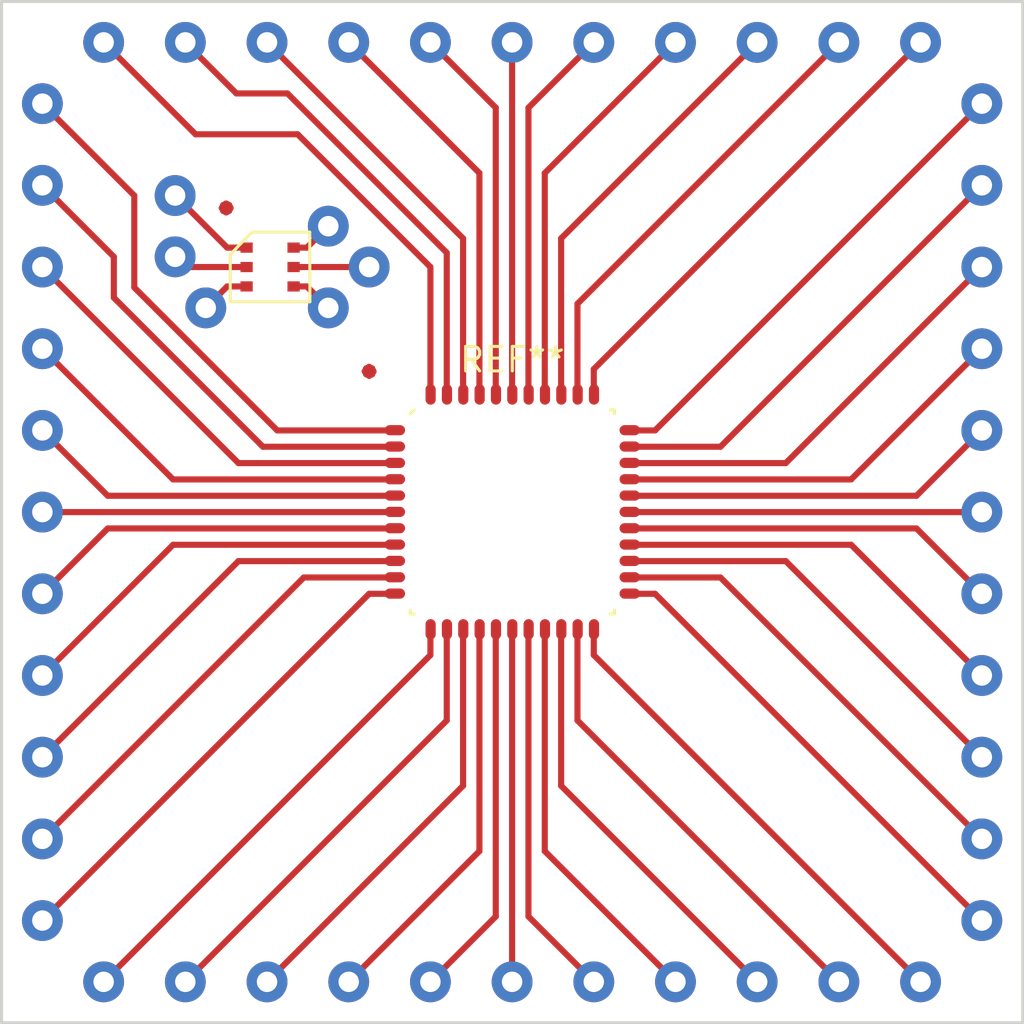
<source format=kicad_pcb>
(kicad_pcb (version 4) (host pcbnew 4.0.1-stable)

  (general
    (links 0)
    (no_connects 0)
    (area -0.400001 -0.400001 50.400002 50.400002)
    (thickness 1.6)
    (drawings 6)
    (tracks 154)
    (zones 0)
    (modules 2)
    (nets 1)
  )

  (page A4)
  (layers
    (0 F.Cu signal)
    (31 B.Cu signal)
    (32 B.Adhes user)
    (33 F.Adhes user)
    (34 B.Paste user)
    (35 F.Paste user)
    (36 B.SilkS user)
    (37 F.SilkS user)
    (38 B.Mask user)
    (39 F.Mask user)
    (40 Dwgs.User user)
    (41 Cmts.User user)
    (42 Eco1.User user)
    (43 Eco2.User user)
    (44 Edge.Cuts user)
    (45 Margin user)
    (46 B.CrtYd user)
    (47 F.CrtYd user)
    (48 B.Fab user)
    (49 F.Fab user)
  )

  (setup
    (last_trace_width 0.3)
    (trace_clearance 0.4)
    (zone_clearance 0.508)
    (zone_45_only no)
    (trace_min 0.2)
    (segment_width 0.2)
    (edge_width 0.15)
    (via_size 2)
    (via_drill 1)
    (via_min_size 0.4)
    (via_min_drill 0.3)
    (uvia_size 0.3)
    (uvia_drill 0.1)
    (uvias_allowed no)
    (uvia_min_size 0.2)
    (uvia_min_drill 0.1)
    (pcb_text_width 0.3)
    (pcb_text_size 1.5 1.5)
    (mod_edge_width 0.15)
    (mod_text_size 1 1)
    (mod_text_width 0.15)
    (pad_size 2 2)
    (pad_drill 1)
    (pad_to_mask_clearance 0.2)
    (aux_axis_origin 0 0)
    (visible_elements FFFFFF7F)
    (pcbplotparams
      (layerselection 0x00000_00000001)
      (usegerberextensions false)
      (excludeedgelayer false)
      (linewidth 0.100000)
      (plotframeref false)
      (viasonmask true)
      (mode 1)
      (useauxorigin false)
      (hpglpennumber 1)
      (hpglpenspeed 20)
      (hpglpendiameter 15)
      (hpglpenoverlay 2)
      (psnegative false)
      (psa4output false)
      (plotreference false)
      (plotvalue false)
      (plotinvisibletext false)
      (padsonsilk false)
      (subtractmaskfromsilk false)
      (outputformat 4)
      (mirror true)
      (drillshape 0)
      (scaleselection 1)
      (outputdirectory "Atmega32u4 Breakout Board GERBER/"))
  )

  (net 0 "")

  (net_class Default "This is the default net class."
    (clearance 0.4)
    (trace_width 0.3)
    (via_dia 2)
    (via_drill 1)
    (uvia_dia 0.3)
    (uvia_drill 0.1)
  )

  (net_class "At-Home Production Tollerances" ""
    (clearance 0.4)
    (trace_width 0.3)
    (via_dia 2)
    (via_drill 1)
    (uvia_dia 0.3)
    (uvia_drill 0.1)
  )

  (module QFP_44 (layer F.Cu) (tedit 57EC9A24) (tstamp 57EC9BB6)
    (at 25.01 24.99)
    (fp_text reference REF** (at 0 -7.45) (layer F.SilkS)
      (effects (font (size 1.2 1.2) (thickness 0.15)))
    )
    (fp_text value QFP_44 (at 0 7.45) (layer F.Fab)
      (effects (font (size 1.2 1.2) (thickness 0.15)))
    )
    (fp_line (start -5 -4.8) (end -4.8 -5) (layer F.SilkS) (width 0.15))
    (fp_line (start 4.8 -5) (end 5 -5) (layer F.SilkS) (width 0.15))
    (fp_line (start 5 -5) (end 5 -4.8) (layer F.SilkS) (width 0.15))
    (fp_line (start -4.8 5) (end -5 5) (layer F.SilkS) (width 0.15))
    (fp_line (start -5 5) (end -5 4.8) (layer F.SilkS) (width 0.15))
    (fp_line (start 4.8 5) (end 5 5) (layer F.SilkS) (width 0.15))
    (fp_line (start 5 5) (end 5 4.8) (layer F.SilkS) (width 0.15))
    (fp_line (start -6.5 -6.5) (end 6.5 -6.5) (layer F.CrtYd) (width 0.15))
    (fp_line (start 6.5 -6.5) (end 6.5 6.5) (layer F.CrtYd) (width 0.15))
    (fp_line (start 6.5 6.5) (end -6.5 6.5) (layer F.CrtYd) (width 0.15))
    (fp_line (start -6.5 6.5) (end -6.5 -6.5) (layer F.CrtYd) (width 0.15))
    (pad 1 smd oval (at -5.75 -4 90) (size 0.5 1) (layers F.Cu F.Paste F.Mask))
    (pad 2 smd oval (at -5.75 -3.2 90) (size 0.5 1) (layers F.Cu F.Paste F.Mask))
    (pad 3 smd oval (at -5.75 -2.4 90) (size 0.5 1) (layers F.Cu F.Paste F.Mask))
    (pad 4 smd oval (at -5.75 -1.6 90) (size 0.5 1) (layers F.Cu F.Paste F.Mask))
    (pad 5 smd oval (at -5.75 -0.8 90) (size 0.5 1) (layers F.Cu F.Paste F.Mask))
    (pad 6 smd oval (at -5.75 0 90) (size 0.5 1) (layers F.Cu F.Paste F.Mask))
    (pad 7 smd oval (at -5.75 0.8 90) (size 0.5 1) (layers F.Cu F.Paste F.Mask))
    (pad 8 smd oval (at -5.75 1.6 90) (size 0.5 1) (layers F.Cu F.Paste F.Mask))
    (pad 9 smd oval (at -5.75 2.4 90) (size 0.5 1) (layers F.Cu F.Paste F.Mask))
    (pad 10 smd oval (at -5.75 3.2 90) (size 0.5 1) (layers F.Cu F.Paste F.Mask))
    (pad 11 smd oval (at -5.75 4 90) (size 0.5 1) (layers F.Cu F.Paste F.Mask))
    (pad 12 smd oval (at -4 5.75) (size 0.5 1) (layers F.Cu F.Paste F.Mask))
    (pad 13 smd oval (at -3.2 5.75) (size 0.5 1) (layers F.Cu F.Paste F.Mask))
    (pad 14 smd oval (at -2.4 5.75) (size 0.5 1) (layers F.Cu F.Paste F.Mask))
    (pad 15 smd oval (at -1.6 5.75) (size 0.5 1) (layers F.Cu F.Paste F.Mask))
    (pad 16 smd oval (at -0.8 5.75) (size 0.5 1) (layers F.Cu F.Paste F.Mask))
    (pad 17 smd oval (at 0 5.75) (size 0.5 1) (layers F.Cu F.Paste F.Mask))
    (pad 18 smd oval (at 0.8 5.75) (size 0.5 1) (layers F.Cu F.Paste F.Mask))
    (pad 19 smd oval (at 1.6 5.75) (size 0.5 1) (layers F.Cu F.Paste F.Mask))
    (pad 20 smd oval (at 2.4 5.75) (size 0.5 1) (layers F.Cu F.Paste F.Mask))
    (pad 21 smd oval (at 3.2 5.75) (size 0.5 1) (layers F.Cu F.Paste F.Mask))
    (pad 22 smd oval (at 4 5.75) (size 0.5 1) (layers F.Cu F.Paste F.Mask))
    (pad 23 smd oval (at 5.75 4 90) (size 0.5 1) (layers F.Cu F.Paste F.Mask))
    (pad 24 smd oval (at 5.75 3.2 90) (size 0.5 1) (layers F.Cu F.Paste F.Mask))
    (pad 25 smd oval (at 5.75 2.4 90) (size 0.5 1) (layers F.Cu F.Paste F.Mask))
    (pad 26 smd oval (at 5.75 1.6 90) (size 0.5 1) (layers F.Cu F.Paste F.Mask))
    (pad 27 smd oval (at 5.75 0.8 90) (size 0.5 1) (layers F.Cu F.Paste F.Mask))
    (pad 28 smd oval (at 5.75 0 90) (size 0.5 1) (layers F.Cu F.Paste F.Mask))
    (pad 29 smd oval (at 5.75 -0.8 90) (size 0.5 1) (layers F.Cu F.Paste F.Mask))
    (pad 30 smd oval (at 5.75 -1.6 90) (size 0.5 1) (layers F.Cu F.Paste F.Mask))
    (pad 31 smd oval (at 5.75 -2.4 90) (size 0.5 1) (layers F.Cu F.Paste F.Mask))
    (pad 32 smd oval (at 5.75 -3.2 90) (size 0.5 1) (layers F.Cu F.Paste F.Mask))
    (pad 33 smd oval (at 5.75 -4 90) (size 0.5 1) (layers F.Cu F.Paste F.Mask))
    (pad 34 smd oval (at 4 -5.75) (size 0.5 1) (layers F.Cu F.Paste F.Mask))
    (pad 35 smd oval (at 3.2 -5.75) (size 0.5 1) (layers F.Cu F.Paste F.Mask))
    (pad 36 smd oval (at 2.4 -5.75) (size 0.5 1) (layers F.Cu F.Paste F.Mask))
    (pad 37 smd oval (at 1.6 -5.75) (size 0.5 1) (layers F.Cu F.Paste F.Mask))
    (pad 38 smd oval (at 0.8 -5.75) (size 0.5 1) (layers F.Cu F.Paste F.Mask))
    (pad 39 smd oval (at 0 -5.75) (size 0.5 1) (layers F.Cu F.Paste F.Mask))
    (pad 40 smd oval (at -0.8 -5.75) (size 0.5 1) (layers F.Cu F.Paste F.Mask))
    (pad 41 smd oval (at -1.6 -5.75) (size 0.5 1) (layers F.Cu F.Paste F.Mask))
    (pad 42 smd oval (at -2.4 -5.75) (size 0.5 1) (layers F.Cu F.Paste F.Mask))
    (pad 43 smd oval (at -3.2 -5.75) (size 0.5 1) (layers F.Cu F.Paste F.Mask))
    (pad 44 smd oval (at -4 -5.75) (size 0.5 1) (layers F.Cu F.Paste F.Mask))
  )

  (module SOIC-6 (layer F.Cu) (tedit 57E4A949) (tstamp 57E8C47B)
    (at 13.150178 13.003194)
    (fp_text reference "" (at -0.000178 -2.903194) (layer F.SilkS)
      (effects (font (size 1.2 1.2) (thickness 0.15)))
    )
    (fp_text value SOIC-6 (at 0 3.1) (layer F.Fab)
      (effects (font (size 1.2 1.2) (thickness 0.15)))
    )
    (fp_line (start -1.93 -0.64) (end -0.9 -1.7) (layer F.SilkS) (width 0.15))
    (fp_line (start 1.94 -1.71) (end -0.89 -1.71) (layer F.SilkS) (width 0.15))
    (fp_line (start -1.95 -0.62) (end -1.950178 1.696806) (layer F.SilkS) (width 0.15))
    (fp_line (start -1.950178 1.696806) (end 1.949822 1.696806) (layer F.SilkS) (width 0.15))
    (fp_line (start 1.949822 1.696806) (end 1.94 -1.71) (layer F.SilkS) (width 0.15))
    (pad 6 smd rect (at 1.149822 -0.953194 270) (size 0.5 0.6) (layers F.Cu F.Paste F.Mask))
    (pad 1 smd rect (at -1.150178 -0.953194 270) (size 0.5 0.6) (layers F.Cu F.Paste F.Mask))
    (pad 5 smd rect (at 1.149822 -0.003194 270) (size 0.5 0.6) (layers F.Cu F.Paste F.Mask))
    (pad 2 smd rect (at -1.150178 -0.003194 270) (size 0.5 0.6) (layers F.Cu F.Paste F.Mask))
    (pad 4 smd rect (at 1.149822 0.946806 270) (size 0.5 0.6) (layers F.Cu F.Paste F.Mask))
    (pad 3 smd rect (at -1.150178 0.946806 270) (size 0.5 0.6) (layers F.Cu F.Paste F.Mask))
  )

  (gr_text • (at 11 10) (layer F.Cu) (tstamp 57EC2472)
    (effects (font (size 1.5 1.5) (thickness 0.3)))
  )
  (gr_text • (at 18 18) (layer F.Cu)
    (effects (font (size 1.5 1.5) (thickness 0.3)))
  )
  (gr_line (start 50 0) (end 0 0) (layer Edge.Cuts) (width 0.15))
  (gr_line (start 50 50) (end 50 0) (layer Edge.Cuts) (width 0.15))
  (gr_line (start 0 50) (end 50 50) (layer Edge.Cuts) (width 0.15))
  (gr_line (start 0 0) (end 0 50) (layer Edge.Cuts) (width 0.15))

  (segment (start 12 13) (end 9 13) (width 0.3) (layer F.Cu) (net 0))
  (segment (start 9 13) (end 8.5 12.5) (width 0.3) (layer F.Cu) (net 0))
  (segment (start 10 11) (end 8.5 9.5) (width 0.3) (layer F.Cu) (net 0))
  (segment (start 14.5 6.5) (end 9.5 6.5) (width 0.3) (layer F.Cu) (net 0))
  (segment (start 9.5 6.5) (end 5 2) (width 0.3) (layer F.Cu) (net 0))
  (segment (start 21 13) (end 14.5 6.5) (width 0.3) (layer F.Cu) (net 0))
  (segment (start 21 19.3) (end 21 13) (width 0.3) (layer F.Cu) (net 0))
  (segment (start 14 4.5) (end 11.5 4.5) (width 0.3) (layer F.Cu) (net 0))
  (segment (start 11.5 4.5) (end 9 2) (width 0.3) (layer F.Cu) (net 0))
  (segment (start 21.8 12.3) (end 14 4.5) (width 0.3) (layer F.Cu) (net 0))
  (segment (start 21.8 19.3) (end 21.8 12.3) (width 0.3) (layer F.Cu) (net 0))
  (segment (start 22.6 19.3) (end 22.6 11.6) (width 0.3) (layer F.Cu) (net 0))
  (segment (start 22.6 11.6) (end 13 2) (width 0.3) (layer F.Cu) (net 0))
  (segment (start 23.4 19.3) (end 23.4 8.4) (width 0.3) (layer F.Cu) (net 0))
  (segment (start 23.4 8.4) (end 17 2) (width 0.3) (layer F.Cu) (net 0))
  (segment (start 24.2 19.3) (end 24.2 5.2) (width 0.3) (layer F.Cu) (net 0))
  (segment (start 24.2 5.2) (end 21 2) (width 0.3) (layer F.Cu) (net 0))
  (segment (start 25 19.3) (end 25 2) (width 0.3) (layer F.Cu) (net 0))
  (segment (start 25.8 19.3) (end 25.8 5.2) (width 0.3) (layer F.Cu) (net 0))
  (segment (start 25.8 5.2) (end 29 2) (width 0.3) (layer F.Cu) (net 0))
  (segment (start 26.6 19.3) (end 26.6 8.4) (width 0.3) (layer F.Cu) (net 0))
  (segment (start 26.6 8.4) (end 33 2) (width 0.3) (layer F.Cu) (net 0))
  (segment (start 27.4 19.3) (end 27.4 11.6) (width 0.3) (layer F.Cu) (net 0))
  (segment (start 27.4 11.6) (end 37 2) (width 0.3) (layer F.Cu) (net 0))
  (segment (start 28.2 19.3) (end 28.2 14.8) (width 0.3) (layer F.Cu) (net 0))
  (segment (start 28.2 14.8) (end 41 2) (width 0.3) (layer F.Cu) (net 0))
  (segment (start 29 19.3) (end 29 18) (width 0.3) (layer F.Cu) (net 0))
  (segment (start 29 18) (end 45 2) (width 0.3) (layer F.Cu) (net 0))
  (segment (start 30.7 21) (end 32 21) (width 0.3) (layer F.Cu) (net 0))
  (segment (start 32 21) (end 48 5) (width 0.3) (layer F.Cu) (net 0))
  (segment (start 30.7 21.8) (end 35.2 21.8) (width 0.3) (layer F.Cu) (net 0))
  (segment (start 35.2 21.8) (end 48 9) (width 0.3) (layer F.Cu) (net 0))
  (segment (start 30.7 22.6) (end 38.4 22.6) (width 0.3) (layer F.Cu) (net 0))
  (segment (start 38.4 22.6) (end 48 13) (width 0.3) (layer F.Cu) (net 0))
  (segment (start 30.7 23.4) (end 41.6 23.4) (width 0.3) (layer F.Cu) (net 0))
  (segment (start 41.6 23.4) (end 48 17) (width 0.3) (layer F.Cu) (net 0))
  (segment (start 30.7 24.2) (end 44.8 24.2) (width 0.3) (layer F.Cu) (net 0))
  (segment (start 44.8 24.2) (end 48 21) (width 0.3) (layer F.Cu) (net 0))
  (segment (start 30.7 25) (end 48 25) (width 0.3) (layer F.Cu) (net 0))
  (segment (start 30.7 25.8) (end 44.8 25.8) (width 0.3) (layer F.Cu) (net 0))
  (segment (start 44.8 25.8) (end 48 29) (width 0.3) (layer F.Cu) (net 0))
  (segment (start 30.7 26.6) (end 41.6 26.6) (width 0.3) (layer F.Cu) (net 0))
  (segment (start 41.6 26.6) (end 48 33) (width 0.3) (layer F.Cu) (net 0))
  (segment (start 30.7 27.4) (end 38.4 27.4) (width 0.3) (layer F.Cu) (net 0))
  (segment (start 38.4 27.4) (end 48 37) (width 0.3) (layer F.Cu) (net 0))
  (segment (start 30.7 28.2) (end 35.2 28.2) (width 0.3) (layer F.Cu) (net 0))
  (segment (start 35.2 28.2) (end 48 41) (width 0.3) (layer F.Cu) (net 0))
  (segment (start 30.7 29) (end 32 29) (width 0.3) (layer F.Cu) (net 0))
  (segment (start 32 29) (end 48 45) (width 0.3) (layer F.Cu) (net 0))
  (segment (start 29 30.7) (end 29 32) (width 0.3) (layer F.Cu) (net 0))
  (segment (start 29 32) (end 45 48) (width 0.3) (layer F.Cu) (net 0))
  (segment (start 28.2 30.7) (end 28.2 35.2) (width 0.3) (layer F.Cu) (net 0))
  (segment (start 28.2 35.2) (end 41 48) (width 0.3) (layer F.Cu) (net 0))
  (segment (start 27.4 30.7) (end 27.4 38.4) (width 0.3) (layer F.Cu) (net 0))
  (segment (start 27.4 38.4) (end 37 48) (width 0.3) (layer F.Cu) (net 0))
  (segment (start 26.6 30.7) (end 26.6 41.6) (width 0.3) (layer F.Cu) (net 0))
  (segment (start 26.6 41.6) (end 33 48) (width 0.3) (layer F.Cu) (net 0))
  (segment (start 25.8 30.7) (end 25.8 44.8) (width 0.3) (layer F.Cu) (net 0))
  (segment (start 25.8 44.8) (end 29 48) (width 0.3) (layer F.Cu) (net 0))
  (segment (start 25 30.7) (end 25 48) (width 0.3) (layer F.Cu) (net 0))
  (segment (start 24.2 30.7) (end 24.2 44.8) (width 0.3) (layer F.Cu) (net 0))
  (segment (start 24.2 44.8) (end 21 48) (width 0.3) (layer F.Cu) (net 0))
  (segment (start 23.4 30.7) (end 23.4 41.6) (width 0.3) (layer F.Cu) (net 0))
  (segment (start 23.4 41.6) (end 17 48) (width 0.3) (layer F.Cu) (net 0))
  (segment (start 22.6 30.7) (end 22.6 38.4) (width 0.3) (layer F.Cu) (net 0))
  (segment (start 22.6 38.4) (end 13 48) (width 0.3) (layer F.Cu) (net 0))
  (segment (start 21.8 30.7) (end 21.8 35.2) (width 0.3) (layer F.Cu) (net 0))
  (segment (start 21.8 35.2) (end 9 48) (width 0.3) (layer F.Cu) (net 0))
  (segment (start 21 30.7) (end 21 32) (width 0.3) (layer F.Cu) (net 0))
  (segment (start 21 32) (end 5 48) (width 0.3) (layer F.Cu) (net 0))
  (segment (start 19.3 29) (end 18 29) (width 0.3) (layer F.Cu) (net 0))
  (segment (start 18 29) (end 2 45) (width 0.3) (layer F.Cu) (net 0))
  (segment (start 19.3 28.2) (end 14.8 28.2) (width 0.3) (layer F.Cu) (net 0))
  (segment (start 14.8 28.2) (end 2 41) (width 0.3) (layer F.Cu) (net 0))
  (segment (start 19.3 27.4) (end 11.6 27.4) (width 0.3) (layer F.Cu) (net 0))
  (segment (start 11.6 27.4) (end 2 37) (width 0.3) (layer F.Cu) (net 0))
  (segment (start 19.3 26.6) (end 8.4 26.6) (width 0.3) (layer F.Cu) (net 0))
  (segment (start 8.4 26.6) (end 2 33) (width 0.3) (layer F.Cu) (net 0))
  (segment (start 19.3 25.8) (end 5.2 25.8) (width 0.3) (layer F.Cu) (net 0))
  (segment (start 5.2 25.8) (end 2 29) (width 0.3) (layer F.Cu) (net 0))
  (segment (start 19.3 25) (end 2 25) (width 0.3) (layer F.Cu) (net 0))
  (segment (start 19.3 24.2) (end 5.2 24.2) (width 0.3) (layer F.Cu) (net 0))
  (segment (start 5.2 24.2) (end 2 21) (width 0.3) (layer F.Cu) (net 0))
  (segment (start 19.3 23.4) (end 8.4 23.4) (width 0.3) (layer F.Cu) (net 0))
  (segment (start 8.4 23.4) (end 2 17) (width 0.3) (layer F.Cu) (net 0))
  (segment (start 19.3 22.6) (end 11.6 22.6) (width 0.3) (layer F.Cu) (net 0))
  (segment (start 11.6 22.6) (end 2 13) (width 0.3) (layer F.Cu) (net 0))
  (segment (start 5.5 14.5) (end 5.5 12.5) (width 0.3) (layer F.Cu) (net 0))
  (segment (start 5.5 12.5) (end 2 9) (width 0.3) (layer F.Cu) (net 0))
  (segment (start 12.8 21.8) (end 5.5 14.5) (width 0.3) (layer F.Cu) (net 0))
  (segment (start 19.3 21.8) (end 12.8 21.8) (width 0.3) (layer F.Cu) (net 0))
  (segment (start 6.5 14) (end 6.5 9.5) (width 0.3) (layer F.Cu) (net 0))
  (segment (start 6.5 9.5) (end 2 5) (width 0.3) (layer F.Cu) (net 0))
  (segment (start 13.5 21) (end 6.5 14) (width 0.3) (layer F.Cu) (net 0))
  (segment (start 19.3 21) (end 13.5 21) (width 0.3) (layer F.Cu) (net 0))
  (via (at 45 48) (size 2) (drill 1) (layers F.Cu B.Cu) (net 0) (tstamp 57EC23EE))
  (via (at 41 48) (size 2) (drill 1) (layers F.Cu B.Cu) (net 0) (tstamp 57EC23ED))
  (via (at 37 48) (size 2) (drill 1) (layers F.Cu B.Cu) (net 0) (tstamp 57EC23EC))
  (via (at 33 48) (size 2) (drill 1) (layers F.Cu B.Cu) (net 0) (tstamp 57EC23EB))
  (via (at 29 48) (size 2) (drill 1) (layers F.Cu B.Cu) (net 0) (tstamp 57EC23EA))
  (via (at 25 48) (size 2) (drill 1) (layers F.Cu B.Cu) (net 0) (tstamp 57EC23E9))
  (via (at 21 48) (size 2) (drill 1) (layers F.Cu B.Cu) (net 0) (tstamp 57EC23E8))
  (via (at 17 48) (size 2) (drill 1) (layers F.Cu B.Cu) (net 0) (tstamp 57EC23E7))
  (via (at 13 48) (size 2) (drill 1) (layers F.Cu B.Cu) (net 0) (tstamp 57EC23E6))
  (via (at 9 48) (size 2) (drill 1) (layers F.Cu B.Cu) (net 0) (tstamp 57EC23E5))
  (via (at 5 48) (size 2) (drill 1) (layers F.Cu B.Cu) (net 0) (tstamp 57EC23E4))
  (via (at 45 2) (size 2) (drill 1) (layers F.Cu B.Cu) (net 0) (tstamp 57EC23E3))
  (via (at 41 2) (size 2) (drill 1) (layers F.Cu B.Cu) (net 0) (tstamp 57EC23E2))
  (via (at 37 2) (size 2) (drill 1) (layers F.Cu B.Cu) (net 0) (tstamp 57EC23E1))
  (via (at 33 2) (size 2) (drill 1) (layers F.Cu B.Cu) (net 0) (tstamp 57EC23E0))
  (via (at 29 2) (size 2) (drill 1) (layers F.Cu B.Cu) (net 0) (tstamp 57EC23DF))
  (via (at 25 2) (size 2) (drill 1) (layers F.Cu B.Cu) (net 0) (tstamp 57EC23DE))
  (via (at 21 2) (size 2) (drill 1) (layers F.Cu B.Cu) (net 0) (tstamp 57EC23DD))
  (via (at 17 2) (size 2) (drill 1) (layers F.Cu B.Cu) (net 0) (tstamp 57EC23DC))
  (via (at 13 2) (size 2) (drill 1) (layers F.Cu B.Cu) (net 0) (tstamp 57EC23DB))
  (via (at 9 2) (size 2) (drill 1) (layers F.Cu B.Cu) (net 0) (tstamp 57EC23DA))
  (via (at 48 45) (size 2) (drill 1) (layers F.Cu B.Cu) (net 0) (tstamp 57EC23D6))
  (via (at 2 45) (size 2) (drill 1) (layers F.Cu B.Cu) (net 0) (tstamp 57EC23D5))
  (via (at 48 41) (size 2) (drill 1) (layers F.Cu B.Cu) (net 0) (tstamp 57EC23D4))
  (via (at 2 41) (size 2) (drill 1) (layers F.Cu B.Cu) (net 0) (tstamp 57EC23D3))
  (via (at 48 37) (size 2) (drill 1) (layers F.Cu B.Cu) (net 0) (tstamp 57EC23D2))
  (via (at 2 37) (size 2) (drill 1) (layers F.Cu B.Cu) (net 0) (tstamp 57EC23D1))
  (via (at 48 33) (size 2) (drill 1) (layers F.Cu B.Cu) (net 0) (tstamp 57EC23D0))
  (via (at 2 33) (size 2) (drill 1) (layers F.Cu B.Cu) (net 0) (tstamp 57EC23CF))
  (via (at 48 29) (size 2) (drill 1) (layers F.Cu B.Cu) (net 0) (tstamp 57EC23CE))
  (via (at 2 29) (size 2) (drill 1) (layers F.Cu B.Cu) (net 0) (tstamp 57EC23CD))
  (via (at 48 25) (size 2) (drill 1) (layers F.Cu B.Cu) (net 0) (tstamp 57EC23CC))
  (via (at 2 25) (size 2) (drill 1) (layers F.Cu B.Cu) (net 0) (tstamp 57EC23CB))
  (via (at 48 21) (size 2) (drill 1) (layers F.Cu B.Cu) (net 0) (tstamp 57EC23CA))
  (via (at 2 21) (size 2) (drill 1) (layers F.Cu B.Cu) (net 0) (tstamp 57EC23C9))
  (via (at 48 17) (size 2) (drill 1) (layers F.Cu B.Cu) (net 0) (tstamp 57EC23C8))
  (via (at 2 17) (size 2) (drill 1) (layers F.Cu B.Cu) (net 0) (tstamp 57EC23C7))
  (via (at 48 13) (size 2) (drill 1) (layers F.Cu B.Cu) (net 0) (tstamp 57EC23C6))
  (via (at 2 13) (size 2) (drill 1) (layers F.Cu B.Cu) (net 0) (tstamp 57EC23C5))
  (via (at 48 9) (size 2) (drill 1) (layers F.Cu B.Cu) (net 0) (tstamp 57EC23C4))
  (via (at 2 9) (size 2) (drill 1) (layers F.Cu B.Cu) (net 0) (tstamp 57EC23C3))
  (via (at 48 5) (size 2) (drill 1) (layers F.Cu B.Cu) (net 0) (tstamp 57EC23C2))
  (via (at 5 2) (size 2) (drill 1) (layers F.Cu B.Cu) (net 0) (tstamp 57EC23A5))
  (via (at 2 5) (size 2) (drill 1) (layers F.Cu B.Cu) (net 0) (tstamp 57EC22DD))
  (via (at 16 11) (size 2) (drill 1) (layers F.Cu B.Cu) (net 0) (tstamp 57EC22DB))
  (via (at 18 13) (size 2) (drill 1) (layers F.Cu B.Cu) (net 0) (tstamp 57EC22DA))
  (via (at 16 15) (size 2) (drill 1) (layers F.Cu B.Cu) (net 0) (tstamp 57EC22D9))
  (via (at 10 15) (size 2) (drill 1) (layers F.Cu B.Cu) (net 0) (tstamp 57EC22D8))
  (via (at 8.5 12.5) (size 2) (drill 1) (layers F.Cu B.Cu) (net 0) (tstamp 57EC22D7))
  (segment (start 14.95 13.95) (end 16 15) (width 0.3) (layer F.Cu) (net 0))
  (segment (start 14.3 13.95) (end 14.95 13.95) (width 0.3) (layer F.Cu) (net 0))
  (segment (start 14.3 13) (end 18 13) (width 0.3) (layer F.Cu) (net 0))
  (segment (start 14.95 12.05) (end 16 11) (width 0.3) (layer F.Cu) (net 0))
  (segment (start 14.3 12.05) (end 14.95 12.05) (width 0.3) (layer F.Cu) (net 0))
  (segment (start 11.05 13.95) (end 10 15) (width 0.3) (layer F.Cu) (net 0))
  (segment (start 12 13.95) (end 11.05 13.95) (width 0.3) (layer F.Cu) (net 0))
  (via (at 8.5 9.5) (size 2) (drill 1) (layers F.Cu B.Cu) (net 0))
  (segment (start 11.05 12.05) (end 10 11) (width 0.3) (layer F.Cu) (net 0))
  (segment (start 12 12.05) (end 11.05 12.05) (width 0.3) (layer F.Cu) (net 0))

  (zone (net 0) (net_name "") (layer F.Cu) (tstamp 0) (hatch edge 0.508)
    (connect_pads (clearance 0.5))
    (min_thickness 0.4)
    (fill (arc_segments 16) (thermal_gap 0.508) (thermal_bridge_width 0.508))
    (polygon
      (pts
        (xy 0 0) (xy 0 50) (xy 50 50) (xy 50 0)
      )
    )
  )
  (zone (net 0) (net_name "") (layer F.Cu) (tstamp 0) (hatch edge 0.508)
    (connect_pads (clearance 0.508))
    (min_thickness 0.254)
    (keepout (tracks allowed) (vias allowed) (copperpour not_allowed))
    (fill (arc_segments 16) (thermal_gap 0.508) (thermal_bridge_width 0.508))
    (polygon
      (pts
        (xy 17 17) (xy 17 33) (xy 33 33) (xy 33 17)
      )
    )
  )
  (zone (net 0) (net_name "") (layer F.Cu) (tstamp 0) (hatch edge 0.508)
    (connect_pads (clearance 0.508))
    (min_thickness 0.254)
    (fill (arc_segments 16) (thermal_gap 0.508) (thermal_bridge_width 0.508))
    (polygon
      (pts
        (xy 0 0) (xy 0 50) (xy 50 50) (xy 50 0)
      )
    )
  )
  (zone (net 0) (net_name "") (layer F.Cu) (tstamp 0) (hatch edge 0.508)
    (connect_pads (clearance 0.508))
    (min_thickness 0.254)
    (fill (arc_segments 16) (thermal_gap 0.508) (thermal_bridge_width 0.508))
    (polygon
      (pts
        (xy 5 7) (xy 5 10) (xy 7 10) (xy 7 6) (xy 5 6)
      )
    )
  )
)

</source>
